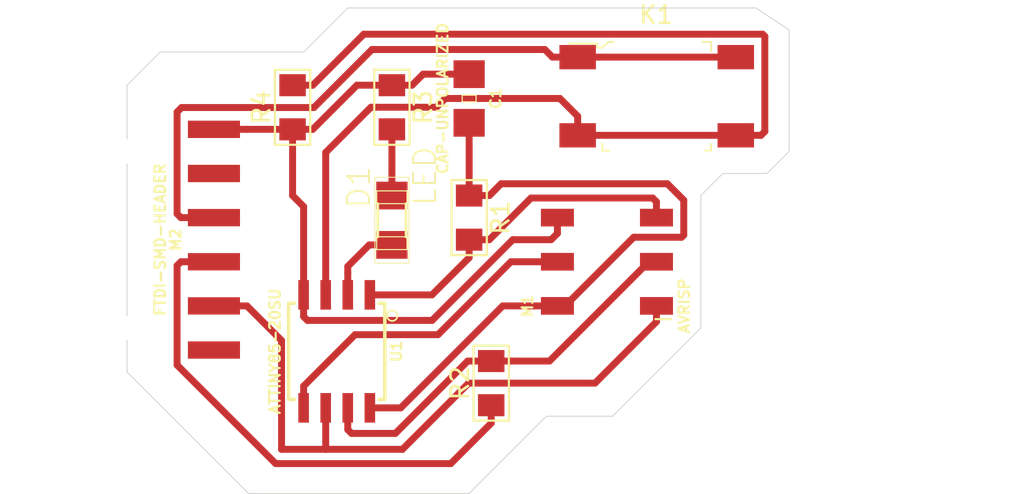
<source format=kicad_pcb>
(kicad_pcb (version 20171130) (host pcbnew "(5.1.5-0-10_14)")

  (general
    (thickness 1.6)
    (drawings 18)
    (tracks 103)
    (zones 0)
    (modules 10)
    (nets 11)
  )

  (page A4)
  (layers
    (0 F.Cu signal)
    (31 B.Cu signal)
    (32 B.Adhes user)
    (33 F.Adhes user)
    (34 B.Paste user)
    (35 F.Paste user)
    (36 B.SilkS user)
    (37 F.SilkS user)
    (38 B.Mask user)
    (39 F.Mask user)
    (40 Dwgs.User user)
    (41 Cmts.User user)
    (42 Eco1.User user)
    (43 Eco2.User user)
    (44 Edge.Cuts user)
    (45 Margin user)
    (46 B.CrtYd user)
    (47 F.CrtYd user)
    (48 B.Fab user)
    (49 F.Fab user)
  )

  (setup
    (last_trace_width 0.4)
    (user_trace_width 0.3)
    (user_trace_width 0.4)
    (trace_clearance 0.42)
    (zone_clearance 0.508)
    (zone_45_only no)
    (trace_min 0.3)
    (via_size 1.2)
    (via_drill 0.8)
    (via_min_size 0.8)
    (via_min_drill 0.3)
    (uvia_size 1.2)
    (uvia_drill 0.8)
    (uvias_allowed no)
    (uvia_min_size 0.8)
    (uvia_min_drill 0.1)
    (edge_width 0.05)
    (segment_width 0.2)
    (pcb_text_width 0.3)
    (pcb_text_size 1.5 1.5)
    (mod_edge_width 0.12)
    (mod_text_size 1 1)
    (mod_text_width 0.15)
    (pad_size 1.524 1.524)
    (pad_drill 0.762)
    (pad_to_mask_clearance 0.051)
    (solder_mask_min_width 0.25)
    (aux_axis_origin 0 0)
    (visible_elements FFFFFF7F)
    (pcbplotparams
      (layerselection 0x01000_7fffffff)
      (usegerberextensions false)
      (usegerberattributes false)
      (usegerberadvancedattributes false)
      (creategerberjobfile false)
      (excludeedgelayer true)
      (linewidth 0.100000)
      (plotframeref false)
      (viasonmask false)
      (mode 1)
      (useauxorigin false)
      (hpglpennumber 1)
      (hpglpenspeed 20)
      (hpglpendiameter 15.000000)
      (psnegative false)
      (psa4output false)
      (plotreference true)
      (plotvalue true)
      (plotinvisibletext false)
      (padsonsilk false)
      (subtractmaskfromsilk false)
      (outputformat 1)
      (mirror false)
      (drillshape 0)
      (scaleselection 1)
      (outputdirectory "./"))
  )

  (net 0 "")
  (net 1 GND)
  (net 2 VCC)
  (net 3 RST)
  (net 4 "Net-(M1-Pad4)")
  (net 5 MISO)
  (net 6 SCK)
  (net 7 TX)
  (net 8 switch)
  (net 9 LED)
  (net 10 "Net-(D1-Pad2)")

  (net_class Default "This is the default net class."
    (clearance 0.42)
    (trace_width 0.4)
    (via_dia 1.2)
    (via_drill 0.8)
    (uvia_dia 1.2)
    (uvia_drill 0.8)
    (diff_pair_width 0.4)
    (diff_pair_gap 0.4)
    (add_net GND)
    (add_net LED)
    (add_net MISO)
    (add_net "Net-(D1-Pad2)")
    (add_net "Net-(M1-Pad4)")
    (add_net RST)
    (add_net SCK)
    (add_net TX)
    (add_net VCC)
    (add_net switch)
  )

  (module Silicon-Standard:SOIC-8 (layer F.Cu) (tedit 5961E457) (tstamp 5E65C4A5)
    (at 165.1 110.5662 180)
    (descr "8-PIN SOIC 208-MIL")
    (tags "8-PIN SOIC 208-MIL")
    (path /5E60CDCB)
    (attr smd)
    (fp_text reference U1 (at -3.429 0 90) (layer F.SilkS)
      (effects (font (size 0.6096 0.6096) (thickness 0.127)))
    )
    (fp_text value ATTINY85-20SU (at 3.556 0 270) (layer F.SilkS)
      (effects (font (size 0.6096 0.6096) (thickness 0.127)))
    )
    (fp_line (start -2.63906 2.63906) (end 2.63906 2.63906) (layer Dwgs.User) (width 0.1524))
    (fp_line (start 2.76606 2.76606) (end 2.76606 -2.76606) (layer F.SilkS) (width 0.2032))
    (fp_line (start 2.63906 -2.63906) (end -2.63906 -2.63906) (layer Dwgs.User) (width 0.1524))
    (fp_line (start -2.76606 -2.76606) (end -2.76606 2.76606) (layer F.SilkS) (width 0.2032))
    (fp_line (start -2.63906 -2.63906) (end -2.63906 2.63906) (layer Dwgs.User) (width 0.1524))
    (fp_line (start 2.63906 2.63906) (end 2.63906 -2.63906) (layer Dwgs.User) (width 0.1524))
    (fp_line (start -2.4384 -2.76606) (end -2.76606 -2.76606) (layer F.SilkS) (width 0.2032))
    (fp_line (start 2.76606 -2.76606) (end 2.4384 -2.76606) (layer F.SilkS) (width 0.2032))
    (fp_line (start 2.4384 2.76606) (end 2.76606 2.76606) (layer F.SilkS) (width 0.2032))
    (fp_line (start -2.76606 2.76606) (end -2.4384 2.76606) (layer F.SilkS) (width 0.2032))
    (fp_circle (center -3.19278 2.04978) (end -3.19278 1.75006) (layer F.SilkS) (width 0.1))
    (pad 1 smd rect (at -1.905 3.2512 180) (size 0.6096 1.7018) (layers F.Cu F.Paste F.Mask)
      (net 3 RST) (solder_mask_margin 0.1016))
    (pad 2 smd rect (at -0.635 3.2512 180) (size 0.6096 1.7018) (layers F.Cu F.Paste F.Mask)
      (net 9 LED) (solder_mask_margin 0.1016))
    (pad 3 smd rect (at 0.635 3.2512 180) (size 0.6096 1.7018) (layers F.Cu F.Paste F.Mask)
      (net 8 switch) (solder_mask_margin 0.1016))
    (pad 4 smd rect (at 1.905 3.2512 180) (size 0.6096 1.7018) (layers F.Cu F.Paste F.Mask)
      (net 1 GND) (solder_mask_margin 0.1016))
    (pad 5 smd rect (at 1.905 -3.2512 180) (size 0.6096 1.7018) (layers F.Cu F.Paste F.Mask)
      (net 4 "Net-(M1-Pad4)") (solder_mask_margin 0.1016))
    (pad 6 smd rect (at 0.635 -3.2512 180) (size 0.6096 1.7018) (layers F.Cu F.Paste F.Mask)
      (net 5 MISO) (solder_mask_margin 0.1016))
    (pad 7 smd rect (at -0.635 -3.2512 180) (size 0.6096 1.7018) (layers F.Cu F.Paste F.Mask)
      (net 6 SCK) (solder_mask_margin 0.1016))
    (pad 8 smd rect (at -1.905 -3.2512 180) (size 0.6096 1.7018) (layers F.Cu F.Paste F.Mask)
      (net 2 VCC) (solder_mask_margin 0.1016))
  )

  (module Connectors:6_PIN_SERIAL_TARGET_SIDE_RA_SMT (layer F.Cu) (tedit 200000) (tstamp 5E64DE4E)
    (at 153.035 104.14 270)
    (descr "6 PIN SERIAL TARGET - RIGHT ANGLE  SMT")
    (tags "6 PIN SERIAL TARGET - RIGHT ANGLE  SMT")
    (path /5E62C0BF)
    (attr smd)
    (fp_text reference M2 (at 0 -2.794 90) (layer F.SilkS)
      (effects (font (size 0.6096 0.6096) (thickness 0.127)))
    )
    (fp_text value FTDI-SMD-HEADER (at 0 -1.905 90) (layer F.SilkS)
      (effects (font (size 0.6096 0.6096) (thickness 0.127)))
    )
    (fp_line (start 7.62 -1.24968) (end -7.62 -1.24968) (layer Dwgs.User) (width 0.127))
    (fp_line (start -7.62 -1.24968) (end -7.62 1.24968) (layer Dwgs.User) (width 0.127))
    (fp_line (start -7.62 1.24968) (end -6.35 1.24968) (layer Dwgs.User) (width 0.127))
    (fp_line (start -6.35 1.24968) (end -3.81 1.24968) (layer Dwgs.User) (width 0.127))
    (fp_line (start -3.81 1.24968) (end -1.27 1.24968) (layer Dwgs.User) (width 0.127))
    (fp_line (start -1.27 1.24968) (end 1.27 1.24968) (layer Dwgs.User) (width 0.127))
    (fp_line (start 1.27 1.24968) (end 3.81 1.24968) (layer Dwgs.User) (width 0.127))
    (fp_line (start 3.81 1.24968) (end 6.35 1.24968) (layer Dwgs.User) (width 0.127))
    (fp_line (start 6.35 1.24968) (end 7.62 1.24968) (layer Dwgs.User) (width 0.127))
    (fp_line (start 7.62 1.24968) (end 7.62 -1.24968) (layer Dwgs.User) (width 0.127))
    (fp_line (start 6.35 1.24968) (end 6.35 7.24916) (layer Dwgs.User) (width 0.127))
    (fp_line (start 3.81 1.24968) (end 3.81 7.24916) (layer Dwgs.User) (width 0.127))
    (fp_line (start 1.27 1.24968) (end 1.27 7.24916) (layer Dwgs.User) (width 0.127))
    (fp_line (start -1.27 1.24968) (end -1.27 7.24916) (layer Dwgs.User) (width 0.127))
    (fp_line (start -3.81 1.24968) (end -3.81 7.24916) (layer Dwgs.User) (width 0.127))
    (fp_line (start -6.35 1.24968) (end -6.35 7.24916) (layer Dwgs.User) (width 0.127))
    (fp_text user TXO (at -4.2164 -0.2032) (layer Dwgs.User)
      (effects (font (size 0.8128 0.8128) (thickness 0.127)))
    )
    (fp_text user RXI (at -1.6764 -0.2032) (layer Dwgs.User)
      (effects (font (size 0.8128 0.8128) (thickness 0.127)))
    )
    (fp_text user VCC (at 0.8636 -0.2032) (layer Dwgs.User)
      (effects (font (size 0.8128 0.8128) (thickness 0.127)))
    )
    (fp_text user DTR (at -6.7564 -0.2032) (layer Dwgs.User)
      (effects (font (size 0.8128 0.8128) (thickness 0.127)))
    )
    (fp_text user GND (at 5.9436 -0.2032) (layer Dwgs.User)
      (effects (font (size 0.8128 0.8128) (thickness 0.127)))
    )
    (fp_text user CTS (at 3.4036 -0.2032) (layer Dwgs.User)
      (effects (font (size 0.8128 0.8128) (thickness 0.127)))
    )
    (fp_text user GRN (at -6.985 2.54) (layer Dwgs.User)
      (effects (font (size 0.8128 0.8128) (thickness 0.127)))
    )
    (fp_text user BLK (at 7.112 2.54) (layer Dwgs.User)
      (effects (font (size 0.8128 0.8128) (thickness 0.127)))
    )
    (pad 1 smd rect (at -6.35 -4.99872) (size 2.99974 0.99822) (layers F.Cu F.Paste F.Mask)
      (net 1 GND) (solder_mask_margin 0.1016))
    (pad 2 smd rect (at -3.81 -4.99872) (size 2.99974 0.99822) (layers F.Cu F.Paste F.Mask)
      (solder_mask_margin 0.1016))
    (pad 3 smd rect (at -1.27 -4.99872) (size 2.99974 0.99822) (layers F.Cu F.Paste F.Mask)
      (net 2 VCC) (solder_mask_margin 0.1016))
    (pad 4 smd rect (at 1.27 -4.99872) (size 2.99974 0.99822) (layers F.Cu F.Paste F.Mask)
      (net 7 TX) (solder_mask_margin 0.1016))
    (pad 5 smd rect (at 3.81 -4.99872) (size 2.99974 0.99822) (layers F.Cu F.Paste F.Mask)
      (net 5 MISO) (solder_mask_margin 0.1016))
    (pad 6 smd rect (at 6.35 -4.99872) (size 2.99974 0.99822) (layers F.Cu F.Paste F.Mask)
      (solder_mask_margin 0.1016))
    (pad "" np_thru_hole circle (at -5.08 0 270) (size 1.39954 1.39954) (drill 1.39954) (layers *.Cu *.Mask)
      (solder_mask_margin 0.1016))
    (pad "" np_thru_hole circle (at 5.08 0 270) (size 1.39954 1.39954) (drill 1.39954) (layers *.Cu *.Mask)
      (solder_mask_margin 0.1016))
  )

  (module Capacitors:1206 (layer F.Cu) (tedit 200000) (tstamp 5E64DDCC)
    (at 172.72 96.01454 270)
    (descr "GENERIC 3216 (1206) PACKAGE")
    (tags "GENERIC 3216 (1206) PACKAGE")
    (path /5E617B48)
    (attr smd)
    (fp_text reference C1 (at 0 -1.524 90) (layer F.SilkS)
      (effects (font (size 0.6096 0.6096) (thickness 0.127)))
    )
    (fp_text value CAP-UNPOLARIZED (at 0 1.524 90) (layer F.SilkS)
      (effects (font (size 0.6096 0.6096) (thickness 0.127)))
    )
    (fp_line (start -1.7018 0.8509) (end -0.94996 0.8509) (layer Dwgs.User) (width 0.06604))
    (fp_line (start -0.94996 0.8509) (end -0.94996 -0.84836) (layer Dwgs.User) (width 0.06604))
    (fp_line (start -1.7018 -0.84836) (end -0.94996 -0.84836) (layer Dwgs.User) (width 0.06604))
    (fp_line (start -1.7018 0.8509) (end -1.7018 -0.84836) (layer Dwgs.User) (width 0.06604))
    (fp_line (start 0.94996 0.84836) (end 1.7018 0.84836) (layer Dwgs.User) (width 0.06604))
    (fp_line (start 1.7018 0.84836) (end 1.7018 -0.8509) (layer Dwgs.User) (width 0.06604))
    (fp_line (start 0.94996 -0.8509) (end 1.7018 -0.8509) (layer Dwgs.User) (width 0.06604))
    (fp_line (start 0.94996 0.84836) (end 0.94996 -0.8509) (layer Dwgs.User) (width 0.06604))
    (fp_line (start -0.19812 0.39878) (end 0.19812 0.39878) (layer F.SilkS) (width 0.06604))
    (fp_line (start 0.19812 0.39878) (end 0.19812 -0.39878) (layer F.SilkS) (width 0.06604))
    (fp_line (start -0.19812 -0.39878) (end 0.19812 -0.39878) (layer F.SilkS) (width 0.06604))
    (fp_line (start -0.19812 0.39878) (end -0.19812 -0.39878) (layer F.SilkS) (width 0.06604))
    (fp_line (start -2.39776 -1.09982) (end 2.39776 -1.09982) (layer F.CrtYd) (width 0.0508))
    (fp_line (start 2.39776 1.09982) (end -2.39776 1.09982) (layer F.CrtYd) (width 0.0508))
    (fp_line (start -2.39776 1.09982) (end -2.39776 -1.09982) (layer F.CrtYd) (width 0.0508))
    (fp_line (start 2.39776 -1.09982) (end 2.39776 1.09982) (layer F.CrtYd) (width 0.0508))
    (fp_line (start -0.96266 -0.78486) (end 0.96266 -0.78486) (layer Dwgs.User) (width 0.1016))
    (fp_line (start -0.96266 0.78486) (end 0.96266 0.78486) (layer Dwgs.User) (width 0.1016))
    (pad 1 smd rect (at -1.39954 0 270) (size 1.59766 1.79832) (layers F.Cu F.Paste F.Mask)
      (net 1 GND) (solder_mask_margin 0.1016))
    (pad 2 smd rect (at 1.39954 0 270) (size 1.59766 1.79832) (layers F.Cu F.Paste F.Mask)
      (net 2 VCC) (solder_mask_margin 0.1016))
  )

  (module digikey-footprints:Switch_Tactile_SMD_6x6mm (layer F.Cu) (tedit 5D28A6E0) (tstamp 5E64DDFD)
    (at 183.515 95.885)
    (path /5E6661CF)
    (attr smd)
    (fp_text reference K1 (at -0.03 -4.69) (layer F.SilkS)
      (effects (font (size 1 1) (thickness 0.15)))
    )
    (fp_text value DIP-SWITCH-TACTILE-SPST-NO_TS-1109_4P-D6.0MM_ (at 0 5.08) (layer F.Fab)
      (effects (font (size 1 1) (thickness 0.15)))
    )
    (fp_text user %R (at -0.125 0.125) (layer F.Fab)
      (effects (font (size 1 1) (thickness 0.15)))
    )
    (fp_line (start -5.85 -3.3) (end 5.85 -3.3) (layer F.CrtYd) (width 0.05))
    (fp_line (start -5.85 3.3) (end -5.85 -3.3) (layer F.CrtYd) (width 0.05))
    (fp_line (start 5.85 3.3) (end -5.85 3.3) (layer F.CrtYd) (width 0.05))
    (fp_line (start 5.85 -3.3) (end 5.85 3.3) (layer F.CrtYd) (width 0.05))
    (fp_line (start -2.775 -3.125) (end -2.475 -3.125) (layer F.SilkS) (width 0.1))
    (fp_line (start -2.775 -3.125) (end -3.125 -2.8) (layer F.SilkS) (width 0.1))
    (fp_line (start -3.125 -2.8) (end -3.425 -2.8) (layer F.SilkS) (width 0.1))
    (fp_line (start -3.425 -2.8) (end -3.425 -3.025) (layer F.SilkS) (width 0.1))
    (fp_line (start -3.425 -3.025) (end -5.075 -3.025) (layer F.SilkS) (width 0.1))
    (fp_line (start 3.125 -2.575) (end 3.125 -3.125) (layer F.SilkS) (width 0.1))
    (fp_line (start 3.125 -3.125) (end 2.625 -3.125) (layer F.SilkS) (width 0.1))
    (fp_line (start -2.725 3.125) (end -3.125 3.125) (layer F.SilkS) (width 0.1))
    (fp_line (start -3.125 3.125) (end -3.125 2.725) (layer F.SilkS) (width 0.1))
    (fp_line (start 3.125 2.75) (end 3.125 3.125) (layer F.SilkS) (width 0.1))
    (fp_line (start 3.125 3.125) (end 2.75 3.125) (layer F.SilkS) (width 0.1))
    (fp_line (start -2.7 -3) (end 3 -3) (layer F.Fab) (width 0.1))
    (fp_line (start -3 -2.725) (end -3 3) (layer F.Fab) (width 0.1))
    (fp_line (start -2.7 -3) (end -3 -2.725) (layer F.Fab) (width 0.1))
    (fp_line (start -3 3) (end 3 3) (layer F.Fab) (width 0.1))
    (fp_line (start 3 3) (end 3 -3) (layer F.Fab) (width 0.1))
    (pad 2 smd rect (at 4.55 -2.25 270) (size 1.4 2.1) (layers F.Cu F.Paste F.Mask)
      (net 2 VCC))
    (pad 4 smd rect (at 4.55 2.25 270) (size 1.4 2.1) (layers F.Cu F.Paste F.Mask)
      (net 8 switch))
    (pad 3 smd rect (at -4.55 2.25 270) (size 1.4 2.1) (layers F.Cu F.Paste F.Mask)
      (net 8 switch))
    (pad 1 smd rect (at -4.55 -2.25 270) (size 1.4 2.1) (layers F.Cu F.Paste F.Mask)
      (net 2 VCC))
  )

  (module OPL_Resistor:R1206 (layer F.Cu) (tedit 5BCC8100) (tstamp 5E64DE87)
    (at 168.275 96.52 270)
    (path /5E67B533)
    (attr smd)
    (fp_text reference R3 (at 0 -1.8 90) (layer F.SilkS)
      (effects (font (size 1 1) (thickness 0.15)))
    )
    (fp_text value 1k (at 0 1.9 90) (layer F.Fab)
      (effects (font (size 1 1) (thickness 0.15)))
    )
    (fp_text user %R (at 0 -1.8 90) (layer F.Fab)
      (effects (font (size 1 1) (thickness 0.15)))
    )
    (fp_line (start -1.6 0.8) (end -1.6 -0.8) (layer F.Fab) (width 0.1))
    (fp_line (start 1.6 0.8) (end -1.6 0.8) (layer F.Fab) (width 0.1))
    (fp_line (start 1.6 -0.8) (end 1.6 0.8) (layer F.Fab) (width 0.1))
    (fp_line (start -1.6 -0.8) (end 1.6 -0.8) (layer F.Fab) (width 0.1))
    (fp_line (start -2.16 1.02) (end -2.16 -1.02) (layer F.CrtYd) (width 0.05))
    (fp_line (start 2.16 1.02) (end -2.16 1.02) (layer F.CrtYd) (width 0.05))
    (fp_line (start 2.16 -1.02) (end 2.16 1.02) (layer F.CrtYd) (width 0.05))
    (fp_line (start -2.16 -1.02) (end 2.16 -1.02) (layer F.CrtYd) (width 0.05))
    (fp_line (start -2.159 1.016) (end -2.159 -1.016) (layer F.SilkS) (width 0.127))
    (fp_line (start 2.159 1.016) (end -2.159 1.016) (layer F.SilkS) (width 0.127))
    (fp_line (start 2.159 -1.016) (end 2.159 1.016) (layer F.SilkS) (width 0.127))
    (fp_line (start -2.159 -1.016) (end 2.159 -1.016) (layer F.SilkS) (width 0.127))
    (pad 2 smd rect (at 1.27 0 270) (size 1.27 1.524) (layers F.Cu F.Paste F.Mask)
      (net 10 "Net-(D1-Pad2)"))
    (pad 1 smd rect (at -1.27 0 270) (size 1.27 1.524) (layers F.Cu F.Paste F.Mask)
      (net 1 GND))
  )

  (module fab:fab-LED1206 (layer F.Cu) (tedit 200000) (tstamp 5E64DDE0)
    (at 168.275 103.01986 90)
    (descr "LED 1206 PADS (STANDARD PATTERN)")
    (tags "LED 1206 PADS (STANDARD PATTERN)")
    (path /5E66BA78)
    (attr smd)
    (fp_text reference D1 (at 1.905 -1.905 90) (layer F.SilkS)
      (effects (font (size 1.27 1.27) (thickness 0.1016)))
    )
    (fp_text value LED (at 2.54 1.905 90) (layer F.SilkS)
      (effects (font (size 1.27 1.27) (thickness 0.1016)))
    )
    (fp_line (start -1.6891 0.8763) (end -0.9525 0.8763) (layer F.SilkS) (width 0.06604))
    (fp_line (start -0.9525 0.8763) (end -0.9525 -0.8763) (layer F.SilkS) (width 0.06604))
    (fp_line (start -1.6891 -0.8763) (end -0.9525 -0.8763) (layer F.SilkS) (width 0.06604))
    (fp_line (start -1.6891 0.8763) (end -1.6891 -0.8763) (layer F.SilkS) (width 0.06604))
    (fp_line (start 0.9525 0.8763) (end 1.6891 0.8763) (layer F.SilkS) (width 0.06604))
    (fp_line (start 1.6891 0.8763) (end 1.6891 -0.8763) (layer F.SilkS) (width 0.06604))
    (fp_line (start 0.9525 -0.8763) (end 1.6891 -0.8763) (layer F.SilkS) (width 0.06604))
    (fp_line (start 0.9525 0.8763) (end 0.9525 -0.8763) (layer F.SilkS) (width 0.06604))
    (fp_line (start 0.9525 0.8128) (end -0.9652 0.8128) (layer F.SilkS) (width 0.1524))
    (fp_line (start 0.9525 -0.8128) (end -0.9652 -0.8128) (layer F.SilkS) (width 0.1524))
    (fp_line (start -2.47142 -0.98298) (end 2.47142 -0.98298) (layer F.SilkS) (width 0.0508))
    (fp_line (start 2.47142 -0.98298) (end 2.47142 0.98298) (layer F.SilkS) (width 0.0508))
    (fp_line (start 2.47142 0.98298) (end -2.47142 0.98298) (layer F.SilkS) (width 0.0508))
    (fp_line (start -2.47142 0.98298) (end -2.47142 -0.98298) (layer F.SilkS) (width 0.0508))
    (pad 1 smd rect (at -1.41986 0 90) (size 1.59766 1.80086) (layers F.Cu F.Paste F.Mask)
      (net 9 LED))
    (pad 2 smd rect (at 1.41986 0 90) (size 1.59766 1.80086) (layers F.Cu F.Paste F.Mask)
      (net 10 "Net-(D1-Pad2)"))
  )

  (module Connectors:2X3_SMD (layer F.Cu) (tedit 200000) (tstamp 5E64DE2A)
    (at 180.64988 105.41 90)
    (descr "SURFACE MOUNT - 2X3")
    (tags "SURFACE MOUNT - 2X3")
    (path /5E61BB13)
    (attr smd)
    (fp_text reference M1 (at -2.54 -4.572 90) (layer F.SilkS)
      (effects (font (size 0.6096 0.6096) (thickness 0.127)))
    )
    (fp_text value AVRISP (at -2.54 4.445 90) (layer F.SilkS)
      (effects (font (size 0.6096 0.6096) (thickness 0.127)))
    )
    (fp_line (start -0.29972 -2.54762) (end 0.29972 -2.54762) (layer Dwgs.User) (width 0.06604))
    (fp_line (start 0.29972 -2.54762) (end 0.29972 -3.34772) (layer Dwgs.User) (width 0.06604))
    (fp_line (start -0.29972 -3.34772) (end 0.29972 -3.34772) (layer Dwgs.User) (width 0.06604))
    (fp_line (start -0.29972 -2.54762) (end -0.29972 -3.34772) (layer Dwgs.User) (width 0.06604))
    (fp_line (start -2.83972 -2.54762) (end -2.23774 -2.54762) (layer Dwgs.User) (width 0.06604))
    (fp_line (start -2.23774 -2.54762) (end -2.23774 -3.34772) (layer Dwgs.User) (width 0.06604))
    (fp_line (start -2.83972 -3.34772) (end -2.23774 -3.34772) (layer Dwgs.User) (width 0.06604))
    (fp_line (start -2.83972 -2.54762) (end -2.83972 -3.34772) (layer Dwgs.User) (width 0.06604))
    (fp_line (start 2.23774 -2.54762) (end 2.83972 -2.54762) (layer Dwgs.User) (width 0.06604))
    (fp_line (start 2.83972 -2.54762) (end 2.83972 -3.34772) (layer Dwgs.User) (width 0.06604))
    (fp_line (start 2.23774 -3.34772) (end 2.83972 -3.34772) (layer Dwgs.User) (width 0.06604))
    (fp_line (start 2.23774 -2.54762) (end 2.23774 -3.34772) (layer Dwgs.User) (width 0.06604))
    (fp_line (start -2.83972 3.34772) (end -2.23774 3.34772) (layer Dwgs.User) (width 0.06604))
    (fp_line (start -2.23774 3.34772) (end -2.23774 2.54762) (layer Dwgs.User) (width 0.06604))
    (fp_line (start -2.83972 2.54762) (end -2.23774 2.54762) (layer Dwgs.User) (width 0.06604))
    (fp_line (start -2.83972 3.34772) (end -2.83972 2.54762) (layer Dwgs.User) (width 0.06604))
    (fp_line (start -0.29972 3.34772) (end 0.29972 3.34772) (layer Dwgs.User) (width 0.06604))
    (fp_line (start 0.29972 3.34772) (end 0.29972 2.54762) (layer Dwgs.User) (width 0.06604))
    (fp_line (start -0.29972 2.54762) (end 0.29972 2.54762) (layer Dwgs.User) (width 0.06604))
    (fp_line (start -0.29972 3.34772) (end -0.29972 2.54762) (layer Dwgs.User) (width 0.06604))
    (fp_line (start 2.23774 3.34772) (end 2.83972 3.34772) (layer Dwgs.User) (width 0.06604))
    (fp_line (start 2.83972 3.34772) (end 2.83972 2.54762) (layer Dwgs.User) (width 0.06604))
    (fp_line (start 2.23774 2.54762) (end 2.83972 2.54762) (layer Dwgs.User) (width 0.06604))
    (fp_line (start 2.23774 3.34772) (end 2.23774 2.54762) (layer Dwgs.User) (width 0.06604))
    (fp_line (start -3.81 2.49936) (end -3.81 -2.49936) (layer Dwgs.User) (width 0.127))
    (fp_line (start -3.81 -2.49936) (end 3.81 -2.49936) (layer Dwgs.User) (width 0.127))
    (fp_line (start 3.81 -2.49936) (end 3.81 2.49936) (layer Dwgs.User) (width 0.127))
    (fp_line (start 3.81 2.49936) (end -3.81 2.49936) (layer Dwgs.User) (width 0.127))
    (fp_line (start -3.302 3.683) (end -3.302 2.794) (layer F.SilkS) (width 0.127))
    (fp_circle (center 0 -1.27) (end 0 -1.9685) (layer Dwgs.User) (width 0.127))
    (fp_circle (center -2.54 -1.27) (end -2.54 -1.9685) (layer Dwgs.User) (width 0.127))
    (fp_circle (center -2.54 1.27) (end -2.54 0.5715) (layer Dwgs.User) (width 0.127))
    (fp_circle (center 0 1.27) (end 0 0.5715) (layer Dwgs.User) (width 0.127))
    (fp_circle (center 2.54 1.27) (end 2.54 0.5715) (layer Dwgs.User) (width 0.127))
    (fp_circle (center 2.54 -1.27) (end 2.54 -1.9685) (layer Dwgs.User) (width 0.127))
    (pad 1 smd rect (at -2.54 2.84988 90) (size 1.01854 1.89992) (layers F.Cu F.Paste F.Mask)
      (net 5 MISO) (solder_mask_margin 0.1016))
    (pad 2 smd rect (at -2.54 -2.84988 90) (size 1.01854 1.89992) (layers F.Cu F.Paste F.Mask)
      (net 2 VCC) (solder_mask_margin 0.1016))
    (pad 3 smd rect (at 0 2.84988 90) (size 1.01854 1.89992) (layers F.Cu F.Paste F.Mask)
      (net 6 SCK) (solder_mask_margin 0.1016))
    (pad 4 smd rect (at 0 -2.84988 90) (size 1.01854 1.89992) (layers F.Cu F.Paste F.Mask)
      (net 4 "Net-(M1-Pad4)") (solder_mask_margin 0.1016))
    (pad 5 smd rect (at 2.54 2.84988 90) (size 1.01854 1.89992) (layers F.Cu F.Paste F.Mask)
      (net 3 RST) (solder_mask_margin 0.1016))
    (pad 6 smd rect (at 2.54 -2.84988 90) (size 1.01854 1.89992) (layers F.Cu F.Paste F.Mask)
      (net 1 GND) (solder_mask_margin 0.1016))
  )

  (module OPL_Resistor:R1206 (layer F.Cu) (tedit 5BCC8100) (tstamp 5E64DE61)
    (at 172.72 102.87 270)
    (path /5E638127)
    (attr smd)
    (fp_text reference R1 (at 0 -1.8 90) (layer F.SilkS)
      (effects (font (size 1 1) (thickness 0.15)))
    )
    (fp_text value 10K (at 0 1.9 90) (layer F.Fab)
      (effects (font (size 1 1) (thickness 0.15)))
    )
    (fp_line (start -2.159 -1.016) (end 2.159 -1.016) (layer F.SilkS) (width 0.127))
    (fp_line (start 2.159 -1.016) (end 2.159 1.016) (layer F.SilkS) (width 0.127))
    (fp_line (start 2.159 1.016) (end -2.159 1.016) (layer F.SilkS) (width 0.127))
    (fp_line (start -2.159 1.016) (end -2.159 -1.016) (layer F.SilkS) (width 0.127))
    (fp_line (start -2.16 -1.02) (end 2.16 -1.02) (layer F.CrtYd) (width 0.05))
    (fp_line (start 2.16 -1.02) (end 2.16 1.02) (layer F.CrtYd) (width 0.05))
    (fp_line (start 2.16 1.02) (end -2.16 1.02) (layer F.CrtYd) (width 0.05))
    (fp_line (start -2.16 1.02) (end -2.16 -1.02) (layer F.CrtYd) (width 0.05))
    (fp_line (start -1.6 -0.8) (end 1.6 -0.8) (layer F.Fab) (width 0.1))
    (fp_line (start 1.6 -0.8) (end 1.6 0.8) (layer F.Fab) (width 0.1))
    (fp_line (start 1.6 0.8) (end -1.6 0.8) (layer F.Fab) (width 0.1))
    (fp_line (start -1.6 0.8) (end -1.6 -0.8) (layer F.Fab) (width 0.1))
    (fp_text user %R (at 0 -1.8 90) (layer F.Fab)
      (effects (font (size 1 1) (thickness 0.15)))
    )
    (pad 1 smd rect (at -1.27 0 270) (size 1.27 1.524) (layers F.Cu F.Paste F.Mask)
      (net 2 VCC))
    (pad 2 smd rect (at 1.27 0 270) (size 1.27 1.524) (layers F.Cu F.Paste F.Mask)
      (net 3 RST))
  )

  (module OPL_Resistor:R1206 (layer F.Cu) (tedit 5BCC8100) (tstamp 5E64DE9A)
    (at 162.56 96.52 90)
    (path /5E69D304)
    (attr smd)
    (fp_text reference R4 (at 0 -1.8 90) (layer F.SilkS)
      (effects (font (size 1 1) (thickness 0.15)))
    )
    (fp_text value 10K (at 0 1.9 90) (layer F.Fab)
      (effects (font (size 1 1) (thickness 0.15)))
    )
    (fp_line (start -2.159 -1.016) (end 2.159 -1.016) (layer F.SilkS) (width 0.127))
    (fp_line (start 2.159 -1.016) (end 2.159 1.016) (layer F.SilkS) (width 0.127))
    (fp_line (start 2.159 1.016) (end -2.159 1.016) (layer F.SilkS) (width 0.127))
    (fp_line (start -2.159 1.016) (end -2.159 -1.016) (layer F.SilkS) (width 0.127))
    (fp_line (start -2.16 -1.02) (end 2.16 -1.02) (layer F.CrtYd) (width 0.05))
    (fp_line (start 2.16 -1.02) (end 2.16 1.02) (layer F.CrtYd) (width 0.05))
    (fp_line (start 2.16 1.02) (end -2.16 1.02) (layer F.CrtYd) (width 0.05))
    (fp_line (start -2.16 1.02) (end -2.16 -1.02) (layer F.CrtYd) (width 0.05))
    (fp_line (start -1.6 -0.8) (end 1.6 -0.8) (layer F.Fab) (width 0.1))
    (fp_line (start 1.6 -0.8) (end 1.6 0.8) (layer F.Fab) (width 0.1))
    (fp_line (start 1.6 0.8) (end -1.6 0.8) (layer F.Fab) (width 0.1))
    (fp_line (start -1.6 0.8) (end -1.6 -0.8) (layer F.Fab) (width 0.1))
    (fp_text user %R (at 0 -1.8 90) (layer F.Fab)
      (effects (font (size 1 1) (thickness 0.15)))
    )
    (pad 1 smd rect (at -1.27 0 90) (size 1.27 1.524) (layers F.Cu F.Paste F.Mask)
      (net 1 GND))
    (pad 2 smd rect (at 1.27 0 90) (size 1.27 1.524) (layers F.Cu F.Paste F.Mask)
      (net 8 switch))
  )

  (module OPL_Resistor:R1206 (layer F.Cu) (tedit 5BCC8100) (tstamp 5E65D17F)
    (at 173.99 112.395 90)
    (path /5E638842)
    (attr smd)
    (fp_text reference R2 (at 0 -1.8 90) (layer F.SilkS)
      (effects (font (size 1 1) (thickness 0.15)))
    )
    (fp_text value 1K (at 0 1.9 90) (layer F.Fab)
      (effects (font (size 1 1) (thickness 0.15)))
    )
    (fp_line (start -2.159 -1.016) (end 2.159 -1.016) (layer F.SilkS) (width 0.127))
    (fp_line (start 2.159 -1.016) (end 2.159 1.016) (layer F.SilkS) (width 0.127))
    (fp_line (start 2.159 1.016) (end -2.159 1.016) (layer F.SilkS) (width 0.127))
    (fp_line (start -2.159 1.016) (end -2.159 -1.016) (layer F.SilkS) (width 0.127))
    (fp_line (start -2.16 -1.02) (end 2.16 -1.02) (layer F.CrtYd) (width 0.05))
    (fp_line (start 2.16 -1.02) (end 2.16 1.02) (layer F.CrtYd) (width 0.05))
    (fp_line (start 2.16 1.02) (end -2.16 1.02) (layer F.CrtYd) (width 0.05))
    (fp_line (start -2.16 1.02) (end -2.16 -1.02) (layer F.CrtYd) (width 0.05))
    (fp_line (start -1.6 -0.8) (end 1.6 -0.8) (layer F.Fab) (width 0.1))
    (fp_line (start 1.6 -0.8) (end 1.6 0.8) (layer F.Fab) (width 0.1))
    (fp_line (start 1.6 0.8) (end -1.6 0.8) (layer F.Fab) (width 0.1))
    (fp_line (start -1.6 0.8) (end -1.6 -0.8) (layer F.Fab) (width 0.1))
    (fp_text user %R (at 0 -1.8 90) (layer F.Fab)
      (effects (font (size 1 1) (thickness 0.15)))
    )
    (pad 1 smd rect (at -1.27 0 90) (size 1.27 1.524) (layers F.Cu F.Paste F.Mask)
      (net 7 TX))
    (pad 2 smd rect (at 1.27 0 90) (size 1.27 1.524) (layers F.Cu F.Paste F.Mask)
      (net 6 SCK))
  )

  (gr_line (start 154.94 93.345) (end 163.195 93.345) (layer Edge.Cuts) (width 0.05) (tstamp 5E65DC3D))
  (gr_line (start 153.035 95.25) (end 154.94 93.345) (layer Edge.Cuts) (width 0.05))
  (gr_line (start 153.035 111.76) (end 153.035 95.25) (layer Edge.Cuts) (width 0.05))
  (gr_line (start 160.02 118.745) (end 153.035 111.76) (layer Edge.Cuts) (width 0.05))
  (gr_line (start 160.655 118.745) (end 160.02 118.745) (layer Edge.Cuts) (width 0.05))
  (gr_line (start 172.72 118.745) (end 160.655 118.745) (layer Edge.Cuts) (width 0.05))
  (gr_line (start 177.165 114.3) (end 172.72 118.745) (layer Edge.Cuts) (width 0.05))
  (gr_line (start 180.975 114.3) (end 177.165 114.3) (layer Edge.Cuts) (width 0.05))
  (gr_line (start 181.61 113.665) (end 180.975 114.3) (layer Edge.Cuts) (width 0.05))
  (gr_line (start 186.055 109.22) (end 181.61 113.665) (layer Edge.Cuts) (width 0.05))
  (gr_line (start 186.055 101.6) (end 186.055 109.22) (layer Edge.Cuts) (width 0.05))
  (gr_line (start 187.325 100.33) (end 186.055 101.6) (layer Edge.Cuts) (width 0.05))
  (gr_line (start 189.865 100.33) (end 187.325 100.33) (layer Edge.Cuts) (width 0.05))
  (gr_line (start 191.135 99.06) (end 189.865 100.33) (layer Edge.Cuts) (width 0.05))
  (gr_line (start 191.135 92.075) (end 191.135 99.06) (layer Edge.Cuts) (width 0.05))
  (gr_line (start 189.23 90.805) (end 191.135 92.075) (layer Edge.Cuts) (width 0.05))
  (gr_line (start 165.735 90.805) (end 189.23 90.805) (layer Edge.Cuts) (width 0.05))
  (gr_line (start 163.195 93.345) (end 165.735 90.805) (layer Edge.Cuts) (width 0.05))

  (segment (start 159.93359 97.79) (end 162.56 97.79) (width 0.4) (layer F.Cu) (net 1))
  (segment (start 158.03372 97.79) (end 159.93359 97.79) (width 0.4) (layer F.Cu) (net 1))
  (segment (start 163.722 97.79) (end 166.262 95.25) (width 0.4) (layer F.Cu) (net 1))
  (segment (start 162.56 97.79) (end 163.722 97.79) (width 0.4) (layer F.Cu) (net 1))
  (segment (start 166.262 95.25) (end 168.275 95.25) (width 0.4) (layer F.Cu) (net 1))
  (segment (start 169.437 95.25) (end 170.072 94.615) (width 0.4) (layer F.Cu) (net 1))
  (segment (start 168.275 95.25) (end 169.437 95.25) (width 0.4) (layer F.Cu) (net 1))
  (segment (start 170.072 94.615) (end 170.18 94.615) (width 0.4) (layer F.Cu) (net 1))
  (segment (start 170.18 94.615) (end 172.72 94.615) (width 0.4) (layer F.Cu) (net 1))
  (segment (start 163.195 107.315) (end 163.195 102.235) (width 0.4) (layer F.Cu) (net 1))
  (segment (start 162.56 101.6) (end 162.56 97.79) (width 0.4) (layer F.Cu) (net 1))
  (segment (start 163.195 102.235) (end 162.56 101.6) (width 0.4) (layer F.Cu) (net 1))
  (segment (start 163.195 108.5659) (end 163.195 107.315) (width 0.4) (layer F.Cu) (net 1))
  (segment (start 170.587101 108.785901) (end 163.415001 108.785901) (width 0.4) (layer F.Cu) (net 1))
  (segment (start 175.233002 104.14) (end 170.587101 108.785901) (width 0.4) (layer F.Cu) (net 1))
  (segment (start 177.43927 104.14) (end 175.233002 104.14) (width 0.4) (layer F.Cu) (net 1))
  (segment (start 163.415001 108.785901) (end 163.195 108.5659) (width 0.4) (layer F.Cu) (net 1))
  (segment (start 177.8 103.77927) (end 177.43927 104.14) (width 0.4) (layer F.Cu) (net 1))
  (segment (start 177.8 102.87) (end 177.8 103.77927) (width 0.4) (layer F.Cu) (net 1))
  (segment (start 178.965 93.635) (end 188.065 93.635) (width 0.4) (layer F.Cu) (net 2))
  (segment (start 172.72 101.6) (end 172.72 97.41408) (width 0.4) (layer F.Cu) (net 2))
  (segment (start 156.13385 102.87) (end 158.03372 102.87) (width 0.4) (layer F.Cu) (net 2))
  (segment (start 155.913849 96.794889) (end 155.913849 102.649999) (width 0.4) (layer F.Cu) (net 2))
  (segment (start 156.173739 96.534999) (end 155.913849 96.794889) (width 0.4) (layer F.Cu) (net 2))
  (segment (start 163.788003 96.534999) (end 156.173739 96.534999) (width 0.4) (layer F.Cu) (net 2))
  (segment (start 167.126833 93.196169) (end 163.788003 96.534999) (width 0.4) (layer F.Cu) (net 2))
  (segment (start 177.076169 93.196169) (end 167.126833 93.196169) (width 0.4) (layer F.Cu) (net 2))
  (segment (start 177.515 93.635) (end 177.076169 93.196169) (width 0.4) (layer F.Cu) (net 2))
  (segment (start 155.913849 102.649999) (end 156.13385 102.87) (width 0.4) (layer F.Cu) (net 2))
  (segment (start 178.965 93.635) (end 177.515 93.635) (width 0.4) (layer F.Cu) (net 2))
  (segment (start 173.882 101.6) (end 172.72 101.6) (width 0.4) (layer F.Cu) (net 2))
  (segment (start 174.561281 100.920719) (end 173.882 101.6) (width 0.4) (layer F.Cu) (net 2))
  (segment (start 184.125711 100.920719) (end 174.561281 100.920719) (width 0.4) (layer F.Cu) (net 2))
  (segment (start 185.069721 101.864729) (end 184.125711 100.920719) (width 0.4) (layer F.Cu) (net 2))
  (segment (start 176.45004 107.95) (end 177.8 107.95) (width 0.4) (layer F.Cu) (net 2))
  (segment (start 174.651998 107.95) (end 176.45004 107.95) (width 0.4) (layer F.Cu) (net 2))
  (segment (start 168.784598 113.8174) (end 174.651998 107.95) (width 0.4) (layer F.Cu) (net 2))
  (segment (start 167.005 113.8174) (end 168.784598 113.8174) (width 0.4) (layer F.Cu) (net 2))
  (segment (start 185.069721 103.875271) (end 185.069721 101.864729) (width 0.4) (layer F.Cu) (net 2))
  (segment (start 178.24069 107.95) (end 182.191419 103.999271) (width 0.4) (layer F.Cu) (net 2))
  (segment (start 184.945721 103.999271) (end 185.069721 103.875271) (width 0.4) (layer F.Cu) (net 2))
  (segment (start 182.191419 103.999271) (end 184.945721 103.999271) (width 0.4) (layer F.Cu) (net 2))
  (segment (start 177.8 107.95) (end 178.24069 107.95) (width 0.4) (layer F.Cu) (net 2))
  (segment (start 173.882 104.14) (end 172.72 104.14) (width 0.4) (layer F.Cu) (net 3))
  (segment (start 176.281271 101.740729) (end 173.882 104.14) (width 0.4) (layer F.Cu) (net 3))
  (segment (start 183.279759 101.740729) (end 176.281271 101.740729) (width 0.4) (layer F.Cu) (net 3))
  (segment (start 183.49976 101.96073) (end 183.279759 101.740729) (width 0.4) (layer F.Cu) (net 3))
  (segment (start 183.49976 102.87) (end 183.49976 101.96073) (width 0.4) (layer F.Cu) (net 3))
  (segment (start 172.72 105.175) (end 172.72 104.14) (width 0.4) (layer F.Cu) (net 3))
  (segment (start 170.58 107.315) (end 172.72 105.175) (width 0.4) (layer F.Cu) (net 3))
  (segment (start 167.005 107.315) (end 170.58 107.315) (width 0.4) (layer F.Cu) (net 3))
  (segment (start 175.12267 105.41) (end 170.92676 109.605911) (width 0.4) (layer F.Cu) (net 4))
  (segment (start 177.8 105.41) (end 175.12267 105.41) (width 0.4) (layer F.Cu) (net 4))
  (segment (start 170.92676 109.605911) (end 166.155589 109.605911) (width 0.4) (layer F.Cu) (net 4))
  (segment (start 163.195 112.5665) (end 163.195 113.8174) (width 0.4) (layer F.Cu) (net 4))
  (segment (start 166.155589 109.605911) (end 163.195 112.5665) (width 0.4) (layer F.Cu) (net 4))
  (segment (start 168.879384 116.205) (end 164.465 116.205) (width 0.4) (layer F.Cu) (net 5))
  (segment (start 172.689384 112.395) (end 168.879384 116.205) (width 0.4) (layer F.Cu) (net 5))
  (segment (start 179.96403 112.395) (end 172.689384 112.395) (width 0.4) (layer F.Cu) (net 5))
  (segment (start 164.465 116.205) (end 164.465 113.8174) (width 0.4) (layer F.Cu) (net 5))
  (segment (start 183.49976 108.85927) (end 179.96403 112.395) (width 0.4) (layer F.Cu) (net 5))
  (segment (start 183.49976 107.95) (end 183.49976 108.85927) (width 0.4) (layer F.Cu) (net 5))
  (segment (start 159.93359 107.95) (end 161.925 109.94141) (width 0.4) (layer F.Cu) (net 5))
  (segment (start 158.03372 107.95) (end 159.93359 107.95) (width 0.4) (layer F.Cu) (net 5))
  (segment (start 161.925 109.94141) (end 161.925 116.205) (width 0.4) (layer F.Cu) (net 5))
  (segment (start 161.925 116.205) (end 164.465 116.205) (width 0.4) (layer F.Cu) (net 5))
  (segment (start 175.152 111.125) (end 173.99 111.125) (width 0.4) (layer F.Cu) (net 6))
  (segment (start 177.34407 111.125) (end 175.152 111.125) (width 0.4) (layer F.Cu) (net 6))
  (segment (start 183.05907 105.41) (end 177.34407 111.125) (width 0.4) (layer F.Cu) (net 6))
  (segment (start 183.49976 105.41) (end 183.05907 105.41) (width 0.4) (layer F.Cu) (net 6))
  (segment (start 165.735 115.0683) (end 165.735 113.8174) (width 0.4) (layer F.Cu) (net 6))
  (segment (start 165.955001 115.288301) (end 165.735 115.0683) (width 0.4) (layer F.Cu) (net 6))
  (segment (start 168.473365 115.288301) (end 165.955001 115.288301) (width 0.4) (layer F.Cu) (net 6))
  (segment (start 172.636666 111.125) (end 168.473365 115.288301) (width 0.4) (layer F.Cu) (net 6))
  (segment (start 173.99 111.125) (end 172.636666 111.125) (width 0.4) (layer F.Cu) (net 6))
  (segment (start 173.99 114.7) (end 173.99 113.665) (width 0.4) (layer F.Cu) (net 7))
  (segment (start 171.66499 117.02501) (end 173.99 114.7) (width 0.4) (layer F.Cu) (net 7))
  (segment (start 155.913849 105.630001) (end 156.13385 105.41) (width 0.4) (layer F.Cu) (net 7))
  (segment (start 161.585341 117.02501) (end 155.913849 111.353518) (width 0.4) (layer F.Cu) (net 7))
  (segment (start 156.13385 105.41) (end 158.03372 105.41) (width 0.4) (layer F.Cu) (net 7))
  (segment (start 155.913849 111.353518) (end 155.913849 105.630001) (width 0.4) (layer F.Cu) (net 7))
  (segment (start 171.66499 117.02501) (end 161.585341 117.02501) (width 0.4) (layer F.Cu) (net 7))
  (segment (start 178.965 98.135) (end 188.065 98.135) (width 0.4) (layer F.Cu) (net 8))
  (segment (start 189.735001 97.914999) (end 189.515 98.135) (width 0.4) (layer F.Cu) (net 8))
  (segment (start 189.735001 92.438999) (end 189.735001 97.914999) (width 0.4) (layer F.Cu) (net 8))
  (segment (start 189.611001 92.314999) (end 189.735001 92.438999) (width 0.4) (layer F.Cu) (net 8))
  (segment (start 163.722 95.25) (end 166.657001 92.314999) (width 0.4) (layer F.Cu) (net 8))
  (segment (start 189.515 98.135) (end 188.065 98.135) (width 0.4) (layer F.Cu) (net 8))
  (segment (start 166.657001 92.314999) (end 189.611001 92.314999) (width 0.4) (layer F.Cu) (net 8))
  (segment (start 162.56 95.25) (end 163.722 95.25) (width 0.4) (layer F.Cu) (net 8))
  (segment (start 178.615 98.135) (end 178.965 98.135) (width 0.4) (layer F.Cu) (net 8))
  (segment (start 170.836088 96.52) (end 171.342257 96.013831) (width 0.4) (layer F.Cu) (net 8))
  (segment (start 167.067998 96.52) (end 170.836088 96.52) (width 0.4) (layer F.Cu) (net 8))
  (segment (start 171.342257 96.013831) (end 177.943831 96.013831) (width 0.4) (layer F.Cu) (net 8))
  (segment (start 164.465 99.122998) (end 167.067998 96.52) (width 0.4) (layer F.Cu) (net 8))
  (segment (start 178.965 97.035) (end 178.965 98.135) (width 0.4) (layer F.Cu) (net 8))
  (segment (start 177.943831 96.013831) (end 178.965 97.035) (width 0.4) (layer F.Cu) (net 8))
  (segment (start 164.465 107.315) (end 164.465 99.122998) (width 0.4) (layer F.Cu) (net 8))
  (segment (start 165.735 106.0641) (end 165.735 107.315) (width 0.4) (layer F.Cu) (net 9))
  (segment (start 166.97457 104.43972) (end 165.735 105.67929) (width 0.4) (layer F.Cu) (net 9))
  (segment (start 165.735 105.67929) (end 165.735 106.0641) (width 0.4) (layer F.Cu) (net 9))
  (segment (start 168.275 104.43972) (end 166.97457 104.43972) (width 0.4) (layer F.Cu) (net 9))
  (segment (start 168.275 97.79) (end 168.275 101.6) (width 0.4) (layer F.Cu) (net 10))

)

</source>
